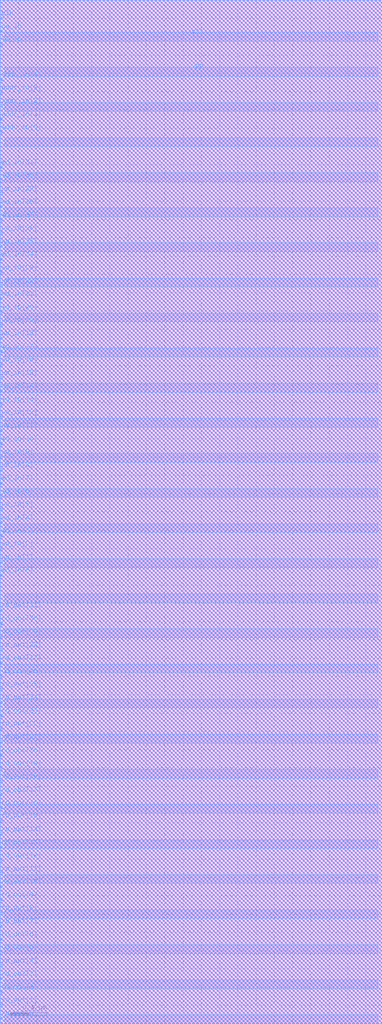
<source format=lef>
# Generated by FakeRAM 2.0
VERSION 5.7 ;
BUSBITCHARS "[]" ;
PROPERTYDEFINITIONS
  MACRO width INTEGER ;
  MACRO depth INTEGER ;
  MACRO banks INTEGER ;
END PROPERTYDEFINITIONS
MACRO sram_asap7_32x32_1rw_bottom
  PROPERTY width 32 ;
  PROPERTY depth 32 ;
  PROPERTY banks 1 ;
  FOREIGN sram_asap7_32x32_1rw_bottom 0 0 ;
  SYMMETRY X Y R90 ;
  SIZE 4.180 BY 11.200 ;
  CLASS BLOCK ;
  PIN rd_out[0]
    DIRECTION OUTPUT ;
    USE SIGNAL ;
    SHAPE ABUTMENT ;
    PORT
      LAYER M4 ;
      RECT 0.000 0.048 0.024 0.072 ;
    END
  END rd_out[0]
  PIN rd_out[1]
    DIRECTION OUTPUT ;
    USE SIGNAL ;
    SHAPE ABUTMENT ;
    PORT
      LAYER M4 ;
      RECT 0.000 0.192 0.024 0.216 ;
    END
  END rd_out[1]
  PIN rd_out[2]
    DIRECTION OUTPUT ;
    USE SIGNAL ;
    SHAPE ABUTMENT ;
    PORT
      LAYER M4 ;
      RECT 0.000 0.336 0.024 0.360 ;
    END
  END rd_out[2]
  PIN rd_out[3]
    DIRECTION OUTPUT ;
    USE SIGNAL ;
    SHAPE ABUTMENT ;
    PORT
      LAYER M4 ;
      RECT 0.000 0.480 0.024 0.504 ;
    END
  END rd_out[3]
  PIN rd_out[4]
    DIRECTION OUTPUT ;
    USE SIGNAL ;
    SHAPE ABUTMENT ;
    PORT
      LAYER M4 ;
      RECT 0.000 0.624 0.024 0.648 ;
    END
  END rd_out[4]
  PIN rd_out[5]
    DIRECTION OUTPUT ;
    USE SIGNAL ;
    SHAPE ABUTMENT ;
    PORT
      LAYER M4 ;
      RECT 0.000 0.768 0.024 0.792 ;
    END
  END rd_out[5]
  PIN rd_out[6]
    DIRECTION OUTPUT ;
    USE SIGNAL ;
    SHAPE ABUTMENT ;
    PORT
      LAYER M4 ;
      RECT 0.000 0.912 0.024 0.936 ;
    END
  END rd_out[6]
  PIN rd_out[7]
    DIRECTION OUTPUT ;
    USE SIGNAL ;
    SHAPE ABUTMENT ;
    PORT
      LAYER M4 ;
      RECT 0.000 1.056 0.024 1.080 ;
    END
  END rd_out[7]
  PIN rd_out[8]
    DIRECTION OUTPUT ;
    USE SIGNAL ;
    SHAPE ABUTMENT ;
    PORT
      LAYER M4 ;
      RECT 0.000 1.200 0.024 1.224 ;
    END
  END rd_out[8]
  PIN rd_out[9]
    DIRECTION OUTPUT ;
    USE SIGNAL ;
    SHAPE ABUTMENT ;
    PORT
      LAYER M4 ;
      RECT 0.000 1.344 0.024 1.368 ;
    END
  END rd_out[9]
  PIN rd_out[10]
    DIRECTION OUTPUT ;
    USE SIGNAL ;
    SHAPE ABUTMENT ;
    PORT
      LAYER M4 ;
      RECT 0.000 1.488 0.024 1.512 ;
    END
  END rd_out[10]
  PIN rd_out[11]
    DIRECTION OUTPUT ;
    USE SIGNAL ;
    SHAPE ABUTMENT ;
    PORT
      LAYER M4 ;
      RECT 0.000 1.632 0.024 1.656 ;
    END
  END rd_out[11]
  PIN rd_out[12]
    DIRECTION OUTPUT ;
    USE SIGNAL ;
    SHAPE ABUTMENT ;
    PORT
      LAYER M4 ;
      RECT 0.000 1.776 0.024 1.800 ;
    END
  END rd_out[12]
  PIN rd_out[13]
    DIRECTION OUTPUT ;
    USE SIGNAL ;
    SHAPE ABUTMENT ;
    PORT
      LAYER M4 ;
      RECT 0.000 1.920 0.024 1.944 ;
    END
  END rd_out[13]
  PIN rd_out[14]
    DIRECTION OUTPUT ;
    USE SIGNAL ;
    SHAPE ABUTMENT ;
    PORT
      LAYER M4 ;
      RECT 0.000 2.064 0.024 2.088 ;
    END
  END rd_out[14]
  PIN rd_out[15]
    DIRECTION OUTPUT ;
    USE SIGNAL ;
    SHAPE ABUTMENT ;
    PORT
      LAYER M4 ;
      RECT 0.000 2.208 0.024 2.232 ;
    END
  END rd_out[15]
  PIN rd_out[16]
    DIRECTION OUTPUT ;
    USE SIGNAL ;
    SHAPE ABUTMENT ;
    PORT
      LAYER M4 ;
      RECT 0.000 2.352 0.024 2.376 ;
    END
  END rd_out[16]
  PIN rd_out[17]
    DIRECTION OUTPUT ;
    USE SIGNAL ;
    SHAPE ABUTMENT ;
    PORT
      LAYER M4 ;
      RECT 0.000 2.496 0.024 2.520 ;
    END
  END rd_out[17]
  PIN rd_out[18]
    DIRECTION OUTPUT ;
    USE SIGNAL ;
    SHAPE ABUTMENT ;
    PORT
      LAYER M4 ;
      RECT 0.000 2.640 0.024 2.664 ;
    END
  END rd_out[18]
  PIN rd_out[19]
    DIRECTION OUTPUT ;
    USE SIGNAL ;
    SHAPE ABUTMENT ;
    PORT
      LAYER M4 ;
      RECT 0.000 2.784 0.024 2.808 ;
    END
  END rd_out[19]
  PIN rd_out[20]
    DIRECTION OUTPUT ;
    USE SIGNAL ;
    SHAPE ABUTMENT ;
    PORT
      LAYER M4 ;
      RECT 0.000 2.928 0.024 2.952 ;
    END
  END rd_out[20]
  PIN rd_out[21]
    DIRECTION OUTPUT ;
    USE SIGNAL ;
    SHAPE ABUTMENT ;
    PORT
      LAYER M4 ;
      RECT 0.000 3.072 0.024 3.096 ;
    END
  END rd_out[21]
  PIN rd_out[22]
    DIRECTION OUTPUT ;
    USE SIGNAL ;
    SHAPE ABUTMENT ;
    PORT
      LAYER M4 ;
      RECT 0.000 3.216 0.024 3.240 ;
    END
  END rd_out[22]
  PIN rd_out[23]
    DIRECTION OUTPUT ;
    USE SIGNAL ;
    SHAPE ABUTMENT ;
    PORT
      LAYER M4 ;
      RECT 0.000 3.360 0.024 3.384 ;
    END
  END rd_out[23]
  PIN rd_out[24]
    DIRECTION OUTPUT ;
    USE SIGNAL ;
    SHAPE ABUTMENT ;
    PORT
      LAYER M4 ;
      RECT 0.000 3.504 0.024 3.528 ;
    END
  END rd_out[24]
  PIN rd_out[25]
    DIRECTION OUTPUT ;
    USE SIGNAL ;
    SHAPE ABUTMENT ;
    PORT
      LAYER M4 ;
      RECT 0.000 3.648 0.024 3.672 ;
    END
  END rd_out[25]
  PIN rd_out[26]
    DIRECTION OUTPUT ;
    USE SIGNAL ;
    SHAPE ABUTMENT ;
    PORT
      LAYER M4 ;
      RECT 0.000 3.792 0.024 3.816 ;
    END
  END rd_out[26]
  PIN rd_out[27]
    DIRECTION OUTPUT ;
    USE SIGNAL ;
    SHAPE ABUTMENT ;
    PORT
      LAYER M4 ;
      RECT 0.000 3.936 0.024 3.960 ;
    END
  END rd_out[27]
  PIN rd_out[28]
    DIRECTION OUTPUT ;
    USE SIGNAL ;
    SHAPE ABUTMENT ;
    PORT
      LAYER M4 ;
      RECT 0.000 4.080 0.024 4.104 ;
    END
  END rd_out[28]
  PIN rd_out[29]
    DIRECTION OUTPUT ;
    USE SIGNAL ;
    SHAPE ABUTMENT ;
    PORT
      LAYER M4 ;
      RECT 0.000 4.224 0.024 4.248 ;
    END
  END rd_out[29]
  PIN rd_out[30]
    DIRECTION OUTPUT ;
    USE SIGNAL ;
    SHAPE ABUTMENT ;
    PORT
      LAYER M4 ;
      RECT 0.000 4.368 0.024 4.392 ;
    END
  END rd_out[30]
  PIN rd_out[31]
    DIRECTION OUTPUT ;
    USE SIGNAL ;
    SHAPE ABUTMENT ;
    PORT
      LAYER M4 ;
      RECT 0.000 4.512 0.024 4.536 ;
    END
  END rd_out[31]
  PIN wd_in[0]
    DIRECTION INPUT ;
    USE SIGNAL ;
    SHAPE ABUTMENT ;
    PORT
      LAYER M4 ;
      RECT 0.000 4.896 0.024 4.920 ;
    END
  END wd_in[0]
  PIN wd_in[1]
    DIRECTION INPUT ;
    USE SIGNAL ;
    SHAPE ABUTMENT ;
    PORT
      LAYER M4 ;
      RECT 0.000 5.040 0.024 5.064 ;
    END
  END wd_in[1]
  PIN wd_in[2]
    DIRECTION INPUT ;
    USE SIGNAL ;
    SHAPE ABUTMENT ;
    PORT
      LAYER M4 ;
      RECT 0.000 5.184 0.024 5.208 ;
    END
  END wd_in[2]
  PIN wd_in[3]
    DIRECTION INPUT ;
    USE SIGNAL ;
    SHAPE ABUTMENT ;
    PORT
      LAYER M4 ;
      RECT 0.000 5.328 0.024 5.352 ;
    END
  END wd_in[3]
  PIN wd_in[4]
    DIRECTION INPUT ;
    USE SIGNAL ;
    SHAPE ABUTMENT ;
    PORT
      LAYER M4 ;
      RECT 0.000 5.472 0.024 5.496 ;
    END
  END wd_in[4]
  PIN wd_in[5]
    DIRECTION INPUT ;
    USE SIGNAL ;
    SHAPE ABUTMENT ;
    PORT
      LAYER M4 ;
      RECT 0.000 5.616 0.024 5.640 ;
    END
  END wd_in[5]
  PIN wd_in[6]
    DIRECTION INPUT ;
    USE SIGNAL ;
    SHAPE ABUTMENT ;
    PORT
      LAYER M4 ;
      RECT 0.000 5.760 0.024 5.784 ;
    END
  END wd_in[6]
  PIN wd_in[7]
    DIRECTION INPUT ;
    USE SIGNAL ;
    SHAPE ABUTMENT ;
    PORT
      LAYER M4 ;
      RECT 0.000 5.904 0.024 5.928 ;
    END
  END wd_in[7]
  PIN wd_in[8]
    DIRECTION INPUT ;
    USE SIGNAL ;
    SHAPE ABUTMENT ;
    PORT
      LAYER M4 ;
      RECT 0.000 6.048 0.024 6.072 ;
    END
  END wd_in[8]
  PIN wd_in[9]
    DIRECTION INPUT ;
    USE SIGNAL ;
    SHAPE ABUTMENT ;
    PORT
      LAYER M4 ;
      RECT 0.000 6.192 0.024 6.216 ;
    END
  END wd_in[9]
  PIN wd_in[10]
    DIRECTION INPUT ;
    USE SIGNAL ;
    SHAPE ABUTMENT ;
    PORT
      LAYER M4 ;
      RECT 0.000 6.336 0.024 6.360 ;
    END
  END wd_in[10]
  PIN wd_in[11]
    DIRECTION INPUT ;
    USE SIGNAL ;
    SHAPE ABUTMENT ;
    PORT
      LAYER M4 ;
      RECT 0.000 6.480 0.024 6.504 ;
    END
  END wd_in[11]
  PIN wd_in[12]
    DIRECTION INPUT ;
    USE SIGNAL ;
    SHAPE ABUTMENT ;
    PORT
      LAYER M4 ;
      RECT 0.000 6.624 0.024 6.648 ;
    END
  END wd_in[12]
  PIN wd_in[13]
    DIRECTION INPUT ;
    USE SIGNAL ;
    SHAPE ABUTMENT ;
    PORT
      LAYER M4 ;
      RECT 0.000 6.768 0.024 6.792 ;
    END
  END wd_in[13]
  PIN wd_in[14]
    DIRECTION INPUT ;
    USE SIGNAL ;
    SHAPE ABUTMENT ;
    PORT
      LAYER M4 ;
      RECT 0.000 6.912 0.024 6.936 ;
    END
  END wd_in[14]
  PIN wd_in[15]
    DIRECTION INPUT ;
    USE SIGNAL ;
    SHAPE ABUTMENT ;
    PORT
      LAYER M4 ;
      RECT 0.000 7.056 0.024 7.080 ;
    END
  END wd_in[15]
  PIN wd_in[16]
    DIRECTION INPUT ;
    USE SIGNAL ;
    SHAPE ABUTMENT ;
    PORT
      LAYER M4 ;
      RECT 0.000 7.200 0.024 7.224 ;
    END
  END wd_in[16]
  PIN wd_in[17]
    DIRECTION INPUT ;
    USE SIGNAL ;
    SHAPE ABUTMENT ;
    PORT
      LAYER M4 ;
      RECT 0.000 7.344 0.024 7.368 ;
    END
  END wd_in[17]
  PIN wd_in[18]
    DIRECTION INPUT ;
    USE SIGNAL ;
    SHAPE ABUTMENT ;
    PORT
      LAYER M4 ;
      RECT 0.000 7.488 0.024 7.512 ;
    END
  END wd_in[18]
  PIN wd_in[19]
    DIRECTION INPUT ;
    USE SIGNAL ;
    SHAPE ABUTMENT ;
    PORT
      LAYER M4 ;
      RECT 0.000 7.632 0.024 7.656 ;
    END
  END wd_in[19]
  PIN wd_in[20]
    DIRECTION INPUT ;
    USE SIGNAL ;
    SHAPE ABUTMENT ;
    PORT
      LAYER M4 ;
      RECT 0.000 7.776 0.024 7.800 ;
    END
  END wd_in[20]
  PIN wd_in[21]
    DIRECTION INPUT ;
    USE SIGNAL ;
    SHAPE ABUTMENT ;
    PORT
      LAYER M4 ;
      RECT 0.000 7.920 0.024 7.944 ;
    END
  END wd_in[21]
  PIN wd_in[22]
    DIRECTION INPUT ;
    USE SIGNAL ;
    SHAPE ABUTMENT ;
    PORT
      LAYER M4 ;
      RECT 0.000 8.064 0.024 8.088 ;
    END
  END wd_in[22]
  PIN wd_in[23]
    DIRECTION INPUT ;
    USE SIGNAL ;
    SHAPE ABUTMENT ;
    PORT
      LAYER M4 ;
      RECT 0.000 8.208 0.024 8.232 ;
    END
  END wd_in[23]
  PIN wd_in[24]
    DIRECTION INPUT ;
    USE SIGNAL ;
    SHAPE ABUTMENT ;
    PORT
      LAYER M4 ;
      RECT 0.000 8.352 0.024 8.376 ;
    END
  END wd_in[24]
  PIN wd_in[25]
    DIRECTION INPUT ;
    USE SIGNAL ;
    SHAPE ABUTMENT ;
    PORT
      LAYER M4 ;
      RECT 0.000 8.496 0.024 8.520 ;
    END
  END wd_in[25]
  PIN wd_in[26]
    DIRECTION INPUT ;
    USE SIGNAL ;
    SHAPE ABUTMENT ;
    PORT
      LAYER M4 ;
      RECT 0.000 8.640 0.024 8.664 ;
    END
  END wd_in[26]
  PIN wd_in[27]
    DIRECTION INPUT ;
    USE SIGNAL ;
    SHAPE ABUTMENT ;
    PORT
      LAYER M4 ;
      RECT 0.000 8.784 0.024 8.808 ;
    END
  END wd_in[27]
  PIN wd_in[28]
    DIRECTION INPUT ;
    USE SIGNAL ;
    SHAPE ABUTMENT ;
    PORT
      LAYER M4 ;
      RECT 0.000 8.928 0.024 8.952 ;
    END
  END wd_in[28]
  PIN wd_in[29]
    DIRECTION INPUT ;
    USE SIGNAL ;
    SHAPE ABUTMENT ;
    PORT
      LAYER M4 ;
      RECT 0.000 9.072 0.024 9.096 ;
    END
  END wd_in[29]
  PIN wd_in[30]
    DIRECTION INPUT ;
    USE SIGNAL ;
    SHAPE ABUTMENT ;
    PORT
      LAYER M4 ;
      RECT 0.000 9.216 0.024 9.240 ;
    END
  END wd_in[30]
  PIN wd_in[31]
    DIRECTION INPUT ;
    USE SIGNAL ;
    SHAPE ABUTMENT ;
    PORT
      LAYER M4 ;
      RECT 0.000 9.360 0.024 9.384 ;
    END
  END wd_in[31]
  PIN addr_in[0]
    DIRECTION INPUT ;
    USE SIGNAL ;
    SHAPE ABUTMENT ;
    PORT
      LAYER M4 ;
      RECT 0.000 9.744 0.024 9.768 ;
    END
  END addr_in[0]
  PIN addr_in[1]
    DIRECTION INPUT ;
    USE SIGNAL ;
    SHAPE ABUTMENT ;
    PORT
      LAYER M4 ;
      RECT 0.000 9.888 0.024 9.912 ;
    END
  END addr_in[1]
  PIN addr_in[2]
    DIRECTION INPUT ;
    USE SIGNAL ;
    SHAPE ABUTMENT ;
    PORT
      LAYER M4 ;
      RECT 0.000 10.032 0.024 10.056 ;
    END
  END addr_in[2]
  PIN addr_in[3]
    DIRECTION INPUT ;
    USE SIGNAL ;
    SHAPE ABUTMENT ;
    PORT
      LAYER M4 ;
      RECT 0.000 10.176 0.024 10.200 ;
    END
  END addr_in[3]
  PIN addr_in[4]
    DIRECTION INPUT ;
    USE SIGNAL ;
    SHAPE ABUTMENT ;
    PORT
      LAYER M4 ;
      RECT 0.000 10.320 0.024 10.344 ;
    END
  END addr_in[4]
  PIN we_in
    DIRECTION INPUT ;
    USE SIGNAL ;
    SHAPE ABUTMENT ;
    PORT
      LAYER M4 ;
      RECT 0.000 10.704 0.024 10.728 ;
    END
  END we_in
  PIN ce_in
    DIRECTION INPUT ;
    USE SIGNAL ;
    SHAPE ABUTMENT ;
    PORT
      LAYER M4 ;
      RECT 0.000 10.848 0.024 10.872 ;
    END
  END ce_in
  PIN clk
    DIRECTION INPUT ;
    USE SIGNAL ;
    SHAPE ABUTMENT ;
    PORT
      LAYER M4 ;
      RECT 0.000 10.992 0.024 11.016 ;
    END
  END clk
  PIN VSS
    DIRECTION INOUT ;
    USE GROUND ;
    PORT
      LAYER M4 ;
      RECT 0.048 0.000 4.132 0.096 ;
      RECT 0.048 0.768 4.132 0.864 ;
      RECT 0.048 1.536 4.132 1.632 ;
      RECT 0.048 2.304 4.132 2.400 ;
      RECT 0.048 3.072 4.132 3.168 ;
      RECT 0.048 3.840 4.132 3.936 ;
      RECT 0.048 4.608 4.132 4.704 ;
      RECT 0.048 5.376 4.132 5.472 ;
      RECT 0.048 6.144 4.132 6.240 ;
      RECT 0.048 6.912 4.132 7.008 ;
      RECT 0.048 7.680 4.132 7.776 ;
      RECT 0.048 8.448 4.132 8.544 ;
      RECT 0.048 9.216 4.132 9.312 ;
      RECT 0.048 9.984 4.132 10.080 ;
      RECT 0.048 10.752 4.132 10.848 ;
    END
  END VSS
  PIN VDD
    DIRECTION INOUT ;
    USE POWER ;
    PORT
      LAYER M4 ;
      RECT 0.048 0.384 4.132 0.480 ;
      RECT 0.048 1.152 4.132 1.248 ;
      RECT 0.048 1.920 4.132 2.016 ;
      RECT 0.048 2.688 4.132 2.784 ;
      RECT 0.048 3.456 4.132 3.552 ;
      RECT 0.048 4.224 4.132 4.320 ;
      RECT 0.048 4.992 4.132 5.088 ;
      RECT 0.048 5.760 4.132 5.856 ;
      RECT 0.048 6.528 4.132 6.624 ;
      RECT 0.048 7.296 4.132 7.392 ;
      RECT 0.048 8.064 4.132 8.160 ;
      RECT 0.048 8.832 4.132 8.928 ;
      RECT 0.048 9.600 4.132 9.696 ;
      RECT 0.048 10.368 4.132 10.464 ;
    END
  END VDD
  OBS
    LAYER M1 ;
    RECT 0 0 4.180 11.200 ;
    LAYER M2 ;
    RECT 0 0 4.180 11.200 ;
    LAYER M3 ;
    RECT 0 0 4.180 11.200 ;
    LAYER M4 ;
    RECT 0 0 4.180 11.200 ;
  END
END sram_asap7_32x32_1rw_bottom

END LIBRARY

</source>
